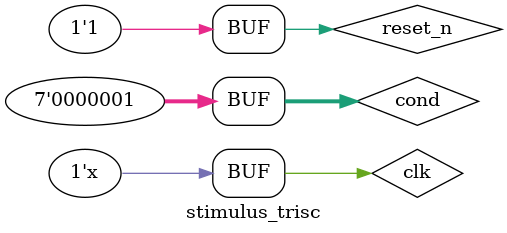
<source format=v>
module stimulus_trisc();

parameter ncs = 3;
parameter cw = (1<<ncs)-1;		//number of conditional inputs (cw+1 must be a power of 2)

parameter ow = 28;		//control output size

reg [cw-1:0] cond;
wire [ow-1:0] out_sig;
reg clk;
reg reset_n;

trisc processor(cond, out_sig, clk, reset_n);

initial
begin
clk = 0;
reset_n = 1;
cond = 0;
 
#1
reset_n = 0;

#1
reset_n = 1;

cond = 1;
end

always
#5 clk = ~clk;



endmodule

</source>
